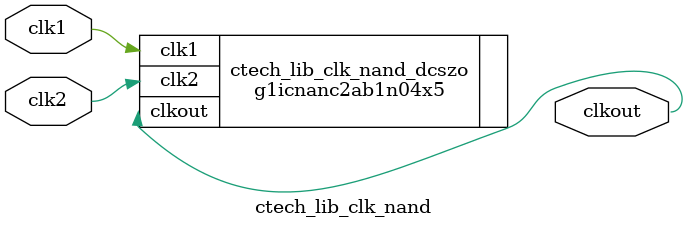
<source format=sv>

module ctech_lib_clk_nand (
   output logic clkout,
   input logic clk1,
   input logic clk2 );
   
   g1icnanc2ab1n04x5 ctech_lib_clk_nand_dcszo (.clkout(clkout), .clk1(clk1), .clk2(clk2));

endmodule // ctech_lib_clk_nand

</source>
